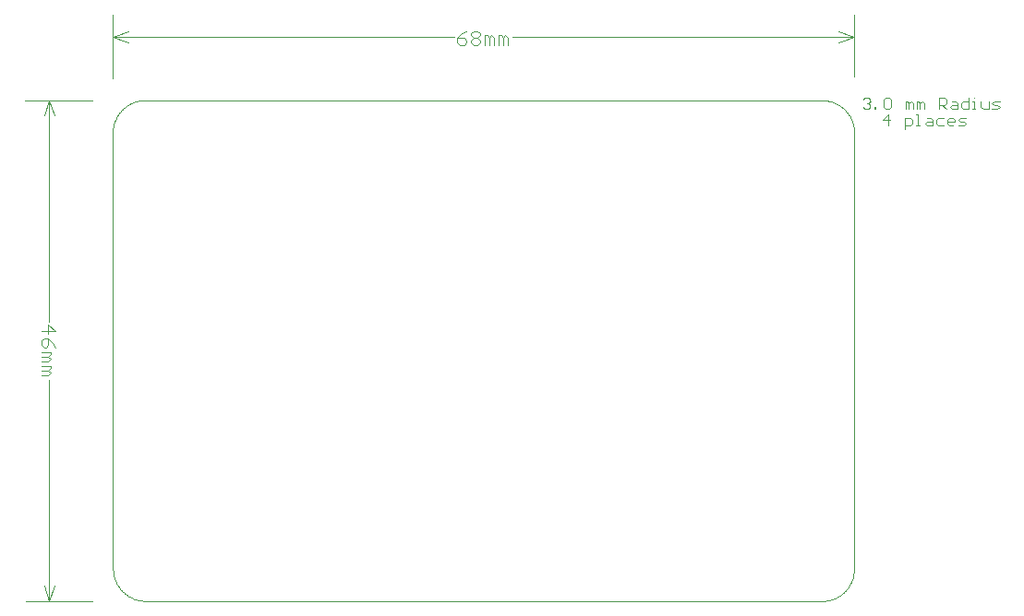
<source format=gm1>
*%FSLAX23Y23*%
*%MOIN*%
G01*
%ADD11C,0.000*%
%ADD12C,0.001*%
%ADD13C,0.002*%
%ADD14C,0.006*%
%ADD15C,0.007*%
%ADD16C,0.007*%
%ADD17C,0.008*%
%ADD18C,0.010*%
%ADD19C,0.012*%
%ADD20C,0.015*%
%ADD21C,0.018*%
%ADD22C,0.022*%
%ADD23C,0.024*%
%ADD24C,0.025*%
%ADD25C,0.029*%
%ADD26C,0.031*%
%ADD27C,0.031*%
%ADD28C,0.035*%
%ADD29C,0.035*%
%ADD30C,0.039*%
%ADD31C,0.039*%
%ADD32C,0.046*%
%ADD33C,0.047*%
%ADD34C,0.050*%
%ADD35C,0.051*%
%ADD36C,0.051*%
%ADD37C,0.054*%
%ADD38C,0.055*%
%ADD39C,0.058*%
%ADD40C,0.059*%
%ADD41C,0.059*%
%ADD42C,0.062*%
%ADD43C,0.067*%
%ADD44C,0.070*%
%ADD45C,0.074*%
%ADD46C,0.100*%
%ADD47C,0.108*%
%ADD48C,0.108*%
%ADD49C,0.120*%
%ADD50C,0.128*%
%ADD51C,0.128*%
%ADD52C,0.190*%
%ADD53C,0.194*%
%ADD54C,0.236*%
%ADD55C,0.240*%
%ADD56R,0.011X0.030*%
%ADD57R,0.012X0.030*%
%ADD58R,0.012X0.057*%
%ADD59R,0.014X0.033*%
%ADD60R,0.015X0.034*%
%ADD61R,0.016X0.034*%
%ADD62R,0.016X0.061*%
%ADD63R,0.018X0.037*%
%ADD64R,0.020X0.025*%
%ADD65R,0.021X0.021*%
%ADD66R,0.024X0.029*%
%ADD67R,0.025X0.020*%
%ADD68R,0.029X0.024*%
%ADD69R,0.030X0.011*%
%ADD70R,0.030X0.030*%
%ADD71R,0.031X0.031*%
%ADD72R,0.033X0.014*%
%ADD73R,0.034X0.015*%
%ADD74R,0.034X0.034*%
%ADD75R,0.035X0.035*%
%ADD76R,0.037X0.014*%
%ADD77R,0.037X0.018*%
%ADD78R,0.039X0.055*%
%ADD79R,0.039X0.014*%
%ADD80R,0.040X0.083*%
%ADD81R,0.041X0.018*%
%ADD82R,0.043X0.059*%
%ADD83R,0.043X0.018*%
%ADD84R,0.044X0.087*%
%ADD85R,0.047X0.055*%
%ADD86R,0.050X0.060*%
%ADD87R,0.051X0.071*%
%ADD88R,0.051X0.059*%
%ADD89R,0.054X0.064*%
%ADD90R,0.055X0.039*%
%ADD91R,0.055X0.075*%
%ADD92R,0.057X0.067*%
%ADD93R,0.059X0.043*%
%ADD94R,0.060X0.060*%
%ADD95R,0.061X0.024*%
%ADD96R,0.061X0.051*%
%ADD97R,0.061X0.071*%
%ADD98R,0.063X0.039*%
%ADD99R,0.063X0.126*%
%ADD100R,0.064X0.064*%
%ADD101R,0.065X0.028*%
%ADD102R,0.065X0.055*%
%ADD103R,0.067X0.043*%
%ADD104R,0.067X0.130*%
%ADD105R,0.085X0.030*%
%ADD106R,0.089X0.034*%
%ADD107R,0.094X0.030*%
%ADD108R,0.098X0.070*%
%ADD109R,0.098X0.034*%
%ADD110R,0.102X0.074*%
%ADD111R,0.104X0.104*%
%ADD112R,0.108X0.108*%
%ADD113R,0.134X0.059*%
%ADD114R,0.138X0.039*%
%ADD115R,0.138X0.063*%
%ADD116R,0.142X0.043*%
%ADD117R,0.169X0.169*%
%ADD118R,0.173X0.173*%
%ADD119R,0.250X0.250*%
D12*
X8671Y8829D02*
X11120D01*
X9791Y9058D02*
X8557D01*
X10001D02*
X11234D01*
X8483Y8829D02*
X8239D01*
X8244Y7019D02*
X8484D01*
X8557Y7132D02*
Y8709D01*
X11234Y8716D02*
Y7138D01*
X8327Y8029D02*
Y8829D01*
Y7819D02*
Y7018D01*
X11234Y8915D02*
Y9139D01*
X8557Y9137D02*
Y8908D01*
X8677Y7019D02*
X11117Y7018D01*
X8310Y8773D02*
X8327Y8829D01*
X8348Y8773D01*
X8310Y7075D02*
X8327Y7018D01*
X8348Y7075D01*
X8614Y9039D02*
X8557Y9058D01*
X8614Y9077D01*
X11177Y9039D02*
X11234Y9058D01*
X11177Y9077D01*
X11234Y7136D02*
X11234Y7133D01*
X11234Y7129D01*
X11234Y7126D01*
X11233Y7123D01*
X11233Y7120D01*
X11232Y7117D01*
X11232Y7113D01*
X11231Y7110D01*
X11230Y7107D01*
X11230Y7104D01*
X11229Y7101D01*
X11228Y7098D01*
X11227Y7095D01*
X11225Y7092D01*
X11224Y7089D01*
X11223Y7086D01*
X11221Y7083D01*
X11220Y7080D01*
X11218Y7077D01*
X11217Y7074D01*
X11215Y7071D01*
X11213Y7069D01*
X11211Y7066D01*
X11209Y7063D01*
X11207Y7061D01*
X11205Y7058D01*
X11203Y7056D01*
X11201Y7054D01*
X11198Y7051D01*
X11196Y7049D01*
X11194Y7047D01*
X11191Y7045D01*
X11189Y7043D01*
X11186Y7041D01*
X11183Y7039D01*
X11181Y7037D01*
X11178Y7035D01*
X11175Y7034D01*
X11172Y7032D01*
X11169Y7031D01*
X11166Y7029D01*
X11163Y7028D01*
X11160Y7027D01*
X11157Y7025D01*
X11154Y7024D01*
X11151Y7023D01*
X11148Y7022D01*
X11145Y7022D01*
X11142Y7021D01*
X11139Y7020D01*
X11135Y7020D01*
X11132Y7019D01*
X11129Y7019D01*
X11126Y7018D01*
X11123Y7018D01*
X11119Y7018D01*
X11116Y7018D01*
X11119Y7018D01*
X11123Y7018D01*
X11126Y7018D01*
X11129Y7019D01*
X11132Y7019D01*
X11135Y7020D01*
X11139Y7020D01*
X11142Y7021D01*
X11145Y7022D01*
X11148Y7022D01*
X11151Y7023D01*
X11154Y7024D01*
X11157Y7025D01*
X11160Y7027D01*
X11163Y7028D01*
X11166Y7029D01*
X11169Y7031D01*
X11172Y7032D01*
X11175Y7034D01*
X11178Y7035D01*
X11181Y7037D01*
X11183Y7039D01*
X11186Y7041D01*
X11189Y7043D01*
X11191Y7045D01*
X11194Y7047D01*
X11196Y7049D01*
X11198Y7051D01*
X11201Y7054D01*
X11203Y7056D01*
X11205Y7058D01*
X11207Y7061D01*
X11209Y7063D01*
X11211Y7066D01*
X11213Y7069D01*
X11215Y7071D01*
X11217Y7074D01*
X11218Y7077D01*
X11220Y7080D01*
X11221Y7083D01*
X11223Y7086D01*
X11224Y7089D01*
X11225Y7092D01*
X11227Y7095D01*
X11228Y7098D01*
X11229Y7101D01*
X11230Y7104D01*
X11230Y7107D01*
X11231Y7110D01*
X11232Y7113D01*
X11232Y7117D01*
X11233Y7120D01*
X11233Y7123D01*
X11234Y7126D01*
X11234Y7129D01*
X11234Y7133D01*
X11234Y7136D01*
X8676Y7019D02*
X8673Y7019D01*
X8670Y7019D01*
X8666Y7019D01*
X8663Y7020D01*
X8660Y7020D01*
X8657Y7020D01*
X8654Y7021D01*
X8650Y7022D01*
X8647Y7022D01*
X8644Y7023D01*
X8641Y7024D01*
X8638Y7025D01*
X8635Y7026D01*
X8632Y7028D01*
X8629Y7029D01*
X8626Y7030D01*
X8623Y7032D01*
X8620Y7033D01*
X8617Y7035D01*
X8614Y7036D01*
X8612Y7038D01*
X8609Y7040D01*
X8606Y7042D01*
X8604Y7044D01*
X8601Y7046D01*
X8599Y7048D01*
X8596Y7050D01*
X8594Y7052D01*
X8592Y7055D01*
X8589Y7057D01*
X8587Y7059D01*
X8585Y7062D01*
X8583Y7064D01*
X8581Y7067D01*
X8579Y7070D01*
X8577Y7072D01*
X8576Y7075D01*
X8574Y7078D01*
X8572Y7081D01*
X8571Y7084D01*
X8569Y7087D01*
X8568Y7090D01*
X8567Y7093D01*
X8566Y7096D01*
X8565Y7099D01*
X8564Y7102D01*
X8563Y7105D01*
X8562Y7108D01*
X8561Y7111D01*
X8560Y7114D01*
X8560Y7118D01*
X8559Y7121D01*
X8559Y7124D01*
X8559Y7127D01*
X8558Y7130D01*
X8558Y7134D01*
X8558Y7137D01*
X8558Y7134D01*
X8558Y7130D01*
X8559Y7127D01*
X8559Y7124D01*
X8559Y7121D01*
X8560Y7118D01*
X8560Y7114D01*
X8561Y7111D01*
X8562Y7108D01*
X8563Y7105D01*
X8564Y7102D01*
X8565Y7099D01*
X8566Y7096D01*
X8567Y7093D01*
X8568Y7090D01*
X8569Y7087D01*
X8571Y7084D01*
X8572Y7081D01*
X8574Y7078D01*
X8576Y7075D01*
X8577Y7072D01*
X8579Y7070D01*
X8581Y7067D01*
X8583Y7064D01*
X8585Y7062D01*
X8587Y7059D01*
X8589Y7057D01*
X8592Y7055D01*
X8594Y7052D01*
X8596Y7050D01*
X8599Y7048D01*
X8601Y7046D01*
X8604Y7044D01*
X8606Y7042D01*
X8609Y7040D01*
X8612Y7038D01*
X8614Y7036D01*
X8617Y7035D01*
X8620Y7033D01*
X8623Y7032D01*
X8626Y7030D01*
X8629Y7029D01*
X8632Y7028D01*
X8635Y7026D01*
X8638Y7025D01*
X8641Y7024D01*
X8644Y7023D01*
X8647Y7022D01*
X8650Y7022D01*
X8654Y7021D01*
X8657Y7020D01*
X8660Y7020D01*
X8663Y7020D01*
X8666Y7019D01*
X8670Y7019D01*
X8673Y7019D01*
X8676Y7019D01*
X11116Y8829D02*
X11119Y8829D01*
X11123Y8829D01*
X11126Y8829D01*
X11129Y8828D01*
X11132Y8828D01*
X11136Y8828D01*
X11139Y8827D01*
X11142Y8826D01*
X11145Y8826D01*
X11148Y8825D01*
X11151Y8824D01*
X11155Y8823D01*
X11158Y8822D01*
X11161Y8821D01*
X11164Y8819D01*
X11167Y8818D01*
X11170Y8816D01*
X11172Y8815D01*
X11175Y8813D01*
X11178Y8812D01*
X11181Y8810D01*
X11184Y8808D01*
X11186Y8806D01*
X11189Y8804D01*
X11191Y8802D01*
X11194Y8800D01*
X11196Y8798D01*
X11199Y8796D01*
X11201Y8793D01*
X11203Y8791D01*
X11205Y8789D01*
X11207Y8786D01*
X11209Y8784D01*
X11211Y8781D01*
X11213Y8778D01*
X11215Y8776D01*
X11217Y8773D01*
X11219Y8770D01*
X11220Y8767D01*
X11222Y8764D01*
X11223Y8762D01*
X11224Y8759D01*
X11226Y8756D01*
X11227Y8753D01*
X11228Y8749D01*
X11229Y8746D01*
X11230Y8743D01*
X11231Y8740D01*
X11231Y8737D01*
X11232Y8734D01*
X11233Y8731D01*
X11233Y8727D01*
X11234Y8724D01*
X11234Y8721D01*
X11234Y8718D01*
X11234Y8714D01*
X11234Y8711D01*
X11234Y8714D01*
X11234Y8718D01*
X11234Y8721D01*
X11234Y8724D01*
X11233Y8727D01*
X11233Y8731D01*
X11232Y8734D01*
X11231Y8737D01*
X11231Y8740D01*
X11230Y8743D01*
X11229Y8746D01*
X11228Y8749D01*
X11227Y8753D01*
X11226Y8756D01*
X11224Y8759D01*
X11223Y8762D01*
X11222Y8764D01*
X11220Y8767D01*
X11219Y8770D01*
X11217Y8773D01*
X11215Y8776D01*
X11213Y8778D01*
X11211Y8781D01*
X11209Y8784D01*
X11207Y8786D01*
X11205Y8789D01*
X11203Y8791D01*
X11201Y8793D01*
X11199Y8796D01*
X11196Y8798D01*
X11194Y8800D01*
X11191Y8802D01*
X11189Y8804D01*
X11186Y8806D01*
X11184Y8808D01*
X11181Y8810D01*
X11178Y8812D01*
X11175Y8813D01*
X11172Y8815D01*
X11170Y8816D01*
X11167Y8818D01*
X11164Y8819D01*
X11161Y8821D01*
X11158Y8822D01*
X11155Y8823D01*
X11151Y8824D01*
X11148Y8825D01*
X11145Y8826D01*
X11142Y8826D01*
X11139Y8827D01*
X11136Y8828D01*
X11132Y8828D01*
X11129Y8828D01*
X11126Y8829D01*
X11123Y8829D01*
X11119Y8829D01*
X11116Y8829D01*
X8675Y8829D02*
X8672Y8829D01*
X8669Y8829D01*
X8666Y8829D01*
X8662Y8829D01*
X8659Y8828D01*
X8656Y8828D01*
X8653Y8827D01*
X8650Y8827D01*
X8646Y8826D01*
X8643Y8825D01*
X8640Y8824D01*
X8637Y8823D01*
X8634Y8822D01*
X8631Y8821D01*
X8628Y8819D01*
X8625Y8818D01*
X8622Y8817D01*
X8619Y8815D01*
X8616Y8814D01*
X8614Y8812D01*
X8611Y8810D01*
X8608Y8808D01*
X8605Y8806D01*
X8603Y8804D01*
X8600Y8802D01*
X8598Y8800D01*
X8595Y8798D01*
X8593Y8796D01*
X8591Y8794D01*
X8588Y8791D01*
X8586Y8789D01*
X8584Y8786D01*
X8582Y8784D01*
X8580Y8781D01*
X8578Y8779D01*
X8576Y8776D01*
X8575Y8773D01*
X8573Y8770D01*
X8571Y8767D01*
X8570Y8765D01*
X8569Y8762D01*
X8567Y8759D01*
X8566Y8756D01*
X8565Y8753D01*
X8564Y8750D01*
X8563Y8747D01*
X8562Y8743D01*
X8561Y8740D01*
X8560Y8737D01*
X8559Y8734D01*
X8559Y8731D01*
X8558Y8728D01*
X8558Y8724D01*
X8558Y8721D01*
X8557Y8718D01*
X8557Y8715D01*
X8557Y8711D01*
X8557Y8715D01*
X8557Y8718D01*
X8558Y8721D01*
X8558Y8724D01*
X8558Y8728D01*
X8559Y8731D01*
X8559Y8734D01*
X8560Y8737D01*
X8561Y8740D01*
X8562Y8743D01*
X8563Y8747D01*
X8564Y8750D01*
X8565Y8753D01*
X8566Y8756D01*
X8567Y8759D01*
X8569Y8762D01*
X8570Y8765D01*
X8571Y8767D01*
X8573Y8770D01*
X8575Y8773D01*
X8576Y8776D01*
X8578Y8779D01*
X8580Y8781D01*
X8582Y8784D01*
X8584Y8786D01*
X8586Y8789D01*
X8588Y8791D01*
X8591Y8794D01*
X8593Y8796D01*
X8595Y8798D01*
X8598Y8800D01*
X8600Y8802D01*
X8603Y8804D01*
X8605Y8806D01*
X8608Y8808D01*
X8611Y8810D01*
X8614Y8812D01*
X8616Y8814D01*
X8619Y8815D01*
X8622Y8817D01*
X8625Y8818D01*
X8628Y8819D01*
X8631Y8821D01*
X8634Y8822D01*
X8637Y8823D01*
X8640Y8824D01*
X8643Y8825D01*
X8646Y8826D01*
X8650Y8827D01*
X8653Y8827D01*
X8656Y8828D01*
X8659Y8828D01*
X8662Y8829D01*
X8666Y8829D01*
X8669Y8829D01*
X8672Y8829D01*
X8675Y8829D01*
D13*
X11266Y8831D02*
X11272Y8838D01*
X11286D01*
X11292Y8831D01*
Y8825D01*
X11293D01*
X11292D02*
X11293D01*
X11292D02*
X11293D01*
X11292D02*
X11286Y8818D01*
X11279D01*
X11286D01*
X11292Y8811D01*
Y8805D01*
X11286Y8798D01*
X11272D01*
X11266Y8805D01*
X11306D02*
Y8798D01*
Y8805D02*
X11312D01*
Y8798D01*
X11306D01*
X11339Y8831D02*
X11346Y8838D01*
X11359D01*
X11366Y8831D01*
Y8805D01*
X11359Y8798D01*
X11346D01*
X11339Y8805D01*
Y8831D01*
X11419Y8825D02*
Y8798D01*
Y8825D02*
X11426D01*
X11432Y8818D01*
Y8798D01*
Y8818D01*
X11439Y8825D01*
X11446Y8818D01*
Y8798D01*
X11459D02*
Y8825D01*
X11466D01*
X11472Y8818D01*
Y8798D01*
Y8818D01*
X11479Y8825D01*
X11486Y8818D01*
Y8798D01*
X11539D02*
Y8838D01*
X11559D01*
X11566Y8831D01*
Y8818D01*
X11559Y8811D01*
X11539D01*
X11552D02*
X11566Y8798D01*
X11586Y8825D02*
X11599D01*
X11606Y8818D01*
Y8798D01*
X11586D01*
X11579Y8805D01*
X11586Y8811D01*
X11606D01*
X11646Y8798D02*
Y8838D01*
Y8798D02*
X11626D01*
X11619Y8805D01*
Y8818D01*
X11626Y8825D01*
X11646D01*
X11659Y8798D02*
X11672D01*
X11666D01*
Y8825D01*
X11659D01*
X11666Y8838D02*
X11667D01*
X11692Y8825D02*
Y8805D01*
X11699Y8798D01*
X11719D01*
Y8825D01*
X11732Y8798D02*
X11752D01*
X11759Y8805D01*
X11752Y8811D01*
X11739D01*
X11732Y8818D01*
X11739Y8825D01*
X11759D01*
X11357Y8779D02*
Y8739D01*
X11337Y8759D02*
X11357Y8779D01*
X11363Y8759D02*
X11337D01*
X11417Y8766D02*
Y8726D01*
Y8766D02*
X11437D01*
X11443Y8759D01*
Y8746D01*
X11437Y8739D01*
X11417D01*
X11457D02*
X11470D01*
X11463D01*
Y8779D01*
X11457D01*
X11496Y8766D02*
X11510D01*
X11516Y8759D01*
Y8739D01*
X11496D01*
X11490Y8746D01*
X11496Y8752D01*
X11516D01*
X11536Y8766D02*
X11556D01*
X11536D02*
X11530Y8759D01*
Y8746D01*
X11536Y8739D01*
X11556D01*
X11576D02*
X11590D01*
X11576D02*
X11570Y8746D01*
Y8759D01*
X11576Y8766D01*
X11590D01*
X11596Y8759D01*
Y8752D01*
X11570D01*
X11610Y8739D02*
X11630D01*
X11636Y8746D01*
X11630Y8752D01*
X11616D01*
X11610Y8759D01*
X11616Y8766D01*
X11636D01*
X9834Y9079D02*
X9817Y9071D01*
X9801Y9054D01*
Y9038D01*
X9809Y9029D01*
X9826D01*
X9834Y9038D01*
Y9046D01*
X9826Y9054D01*
X9801D01*
X9851Y9071D02*
X9859Y9079D01*
X9875D01*
X9884Y9071D01*
Y9063D01*
X9875Y9054D01*
X9884Y9046D01*
Y9038D01*
X9875Y9029D01*
X9859D01*
X9851Y9038D01*
Y9046D01*
X9859Y9054D01*
X9851Y9063D01*
Y9071D01*
X9859Y9054D02*
X9875D01*
X9900Y9063D02*
Y9029D01*
Y9063D02*
X9909D01*
X9917Y9054D01*
Y9029D01*
Y9054D01*
X9925Y9063D01*
X9934Y9054D01*
Y9029D01*
X9950D02*
Y9063D01*
X9959D01*
X9967Y9054D01*
Y9029D01*
Y9054D01*
X9975Y9063D01*
X9984Y9054D01*
Y9029D01*
X8350Y7994D02*
X8300D01*
X8325Y8019D02*
X8350Y7994D01*
X8325Y7986D02*
Y8019D01*
X8342Y7952D02*
X8350Y7936D01*
X8342Y7952D02*
X8325Y7969D01*
X8309D01*
X8300Y7961D01*
Y7944D01*
X8309Y7936D01*
X8317D01*
X8325Y7944D01*
Y7969D01*
X8334Y7919D02*
X8300D01*
X8334D02*
Y7911D01*
X8325Y7902D01*
X8300D01*
X8325D01*
X8334Y7894D01*
X8325Y7886D01*
X8300D01*
Y7869D02*
X8334D01*
Y7861D01*
X8325Y7852D01*
X8300D01*
X8325D01*
X8334Y7844D01*
X8325Y7836D01*
X8300D01*
D02*
M02*

</source>
